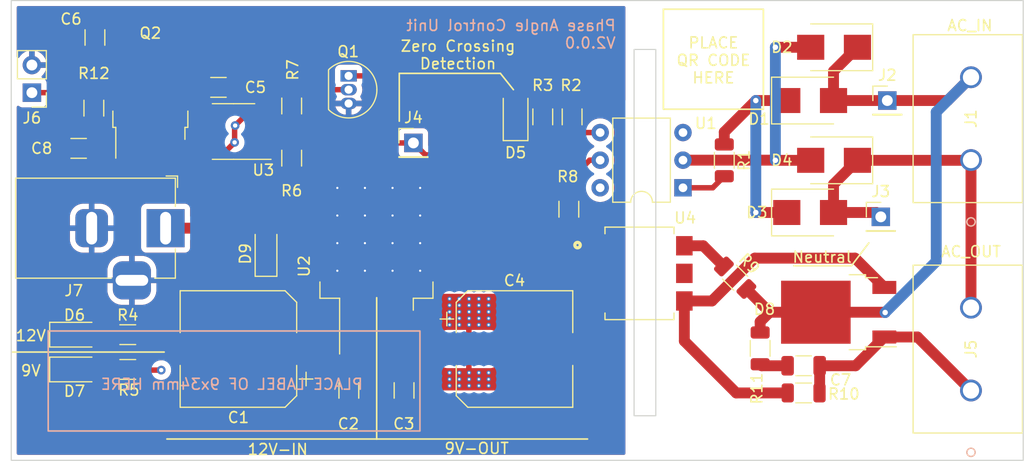
<source format=kicad_pcb>
(kicad_pcb (version 20211014) (generator pcbnew)
  (layers (0 "F.Cu" signal) (1 "In1.Cu" signal) (2 "In2.Cu" signal) (31 "B.Cu" signal) (34 "B.Paste" user) (35 "F.Paste" user) (36 "B.SilkS" user "B.Silkscreen") (37 "F.SilkS" user "F.Silkscreen") (38 "B.Mask" user) (39 "F.Mask" user) (44 "Edge.Cuts" user))
  (net 0 "")
  (net 1 "GND")
  (net 2 "+12V")
  (net 3 "+9V")
  (net 4 "Net-(C5-Pad2)")
  (net 5 "/555/MCU_In")
  (net 6 "Net-(C7-Pad1)")
  (net 7 "Net-(C7-Pad2)")
  (net 8 "Net-(C8-Pad1)")
  (net 9 "Net-(D1-Pad1)")
  (net 10 "VAC")
  (net 11 "NEUT")
  (net 12 "Net-(D6-Pad2)")
  (net 13 "Net-(D7-Pad2)")
  (net 14 "Net-(D8-Pad3)")
  (net 15 "/555/ZCD")
  (net 16 "Net-(J6-Pad1)")
  (net 17 "Net-(Q1-Pad1)")
  (net 18 "Net-(Q1-Pad2)")
  (net 19 "Net-(R1-Pad2)")
  (net 20 "Net-(D5-Pad2)")
  (net 21 "/555/AC_Control")
  (net 22 "Net-(R9-Pad1)")
  (net 27 "Net-(D2-Pad2)")
  (net 28 "Net-(D9-Pad2)")
  (footprint "Diode_SMD:D_SMB" (layer "F.Cu") (at 191.2 98.3)
    (fp_text reference "D3" (at -4.9 0) (layer "F.SilkS"))
    (fp_text value "S1AB-13-F")
    (fp_line (start -3.55 2.15) (end 2.15 2.15) (layer "F.SilkS") (width 0.12))
    (fp_line (start -3.55 -2.15) (end 2.15 -2.15) (layer "F.SilkS") (width 0.12))
    (fp_line (start -3.55 -2.15) (end -3.55 2.15) (layer "F.SilkS") (width 0.12))
    (pad "1" smd rect (at -2.15 0) (size 2.5 2.3) (layers "F.Cu" "F.Paste" "F.Mask") (net 9 "Net-(D1-Pad1)"))
    (pad "2" smd rect (at 2.15 0) (size 2.5 2.3) (layers "F.Cu" "F.Paste" "F.Mask") (net 11 "NEUT"))
  )
  (footprint "LED_SMD:LED_1206_3216Metric" (layer "F.Cu") (at 164.1 89.4 90)
    (fp_text reference "D5" (at -3.4 0 180) (layer "F.SilkS"))
    (fp_text value "ZCD_LED")
    (fp_line (start 1.6 -1.135) (end -2.285 -1.135) (layer "F.SilkS") (width 0.12))
    (fp_line (start -2.285 1.135) (end 1.6 1.135) (layer "F.SilkS") (width 0.12))
    (fp_line (start -2.285 -1.135) (end -2.285 1.135) (layer "F.SilkS") (width 0.12))
    (pad "1" smd roundrect (at -1.4 0 90) (size 1.25 1.75) (layers "F.Cu" "F.Paste" "F.Mask") (roundrect_rratio 0.2) (net 1 "GND"))
    (pad "2" smd roundrect (at 1.4 0 90) (size 1.25 1.75) (layers "F.Cu" "F.Paste" "F.Mask") (roundrect_rratio 0.2) (net 20 "Net-(D5-Pad2)"))
  )
  (footprint "Resistor_SMD:R_1206_3216Metric" (layer "F.Cu") (at 128.42 109.54 180)
    (fp_text reference "R4" (at 0 1.8) (layer "F.SilkS"))
    (fp_text value "470R")
    (fp_line (start -0.727064 0.91) (end 0.727064 0.91) (layer "F.SilkS") (width 0.12))
    (fp_line (start -0.727064 -0.91) (end 0.727064 -0.91) (layer "F.SilkS") (width 0.12))
    (pad "1" smd roundrect (at -1.4625 0 180) (size 1.125 1.75) (layers "F.Cu" "F.Paste" "F.Mask") (roundrect_rratio 0.222222) (net 2 "+12V"))
    (pad "2" smd roundrect (at 1.4625 0 180) (size 1.125 1.75) (layers "F.Cu" "F.Paste" "F.Mask") (roundrect_rratio 0.222222) (net 12 "Net-(D6-Pad2)"))
  )
  (footprint "Resistor_SMD:R_1206_3216Metric" (layer "F.Cu") (at 190.6 114.9)
    (fp_text reference "R10" (at 3.7 0.1) (layer "F.SilkS"))
    (fp_text value "220R")
    (fp_line (start -0.727064 -0.91) (end 0.727064 -0.91) (layer "F.SilkS") (width 0.12))
    (fp_line (start -0.727064 0.91) (end 0.727064 0.91) (layer "F.SilkS") (width 0.12))
    (pad "1" smd roundrect (at -1.4625 0) (size 1.125 1.75) (layers "F.Cu" "F.Paste" "F.Mask") (roundrect_rratio 0.222222) (net 14 "Net-(D8-Pad3)"))
    (pad "2" smd roundrect (at 1.4625 0) (size 1.125 1.75) (layers "F.Cu" "F.Paste" "F.Mask") (roundrect_rratio 0.222222) (net 7 "Net-(C7-Pad2)"))
  )
  (footprint "Package_TO_SOT_SMD:TO-252-2" (layer "F.Cu") (at 130.5 88 90)
    (fp_text reference "Q2" (at 6.2 0 180) (layer "F.SilkS"))
    (fp_text value "IRF9540NSTRLPBF")
    (fp_line (start -0.97 -3.45) (end -2.47 -3.45) (layer "F.SilkS") (width 0.12))
    (fp_line (start -2.47 -3.45) (end -2.47 -3.18) (layer "F.SilkS") (width 0.12))
    (fp_line (start -0.97 3.45) (end -2.47 3.45) (layer "F.SilkS") (width 0.12))
    (fp_line (start -2.47 -3.18) (end -5.3 -3.18) (layer "F.SilkS") (width 0.12))
    (fp_line (start -2.47 3.45) (end -2.47 3.18) (layer "F.SilkS") (width 0.12))
    (fp_line (start -2.47 3.18) (end -3.57 3.18) (layer "F.SilkS") (width 0.12))
    (pad "1" smd rect (at -4.2 -2.28 90) (size 2.2 1.2) (layers "F.Cu" "F.Paste" "F.Mask") (net 8 "Net-(C8-Pad1)"))
    (pad "2" smd rect (at 2.1 0 90) (size 6.4 5.8) (layers "F.Cu" "F.Mask") (net 5 "/555/MCU_In"))
    (pad "3" smd rect (at -4.2 2.28 90) (size 2.2 1.2) (layers "F.Cu" "F.Paste" "F.Mask") (net 3 "+9V"))
  )
  (footprint "Resistor_SMD:R_1206_3216Metric" (layer "F.Cu") (at 128.42 112.74 180)
    (fp_text reference "R5" (at -0.1 -1.9) (layer "F.SilkS"))
    (fp_text value "320R")
    (fp_line (start -0.727064 0.91) (end 0.727064 0.91) (layer "F.SilkS") (width 0.12))
    (fp_line (start -0.727064 -0.91) (end 0.727064 -0.91) (layer "F.SilkS") (width 0.12))
    (pad "1" smd roundrect (at -1.4625 0 180) (size 1.125 1.75) (layers "F.Cu" "F.Paste" "F.Mask") (roundrect_rratio 0.222222) (net 3 "+9V"))
    (pad "2" smd roundrect (at 1.4625 0 180) (size 1.125 1.75) (layers "F.Cu" "F.Paste" "F.Mask") (roundrect_rratio 0.222222) (net 13 "Net-(D7-Pad2)"))
  )
  (footprint "Capacitor_SMD:C_1206_3216Metric" (layer "F.Cu") (at 125.4 82.2 90)
    (fp_text reference "C6" (at 1.7 -2.2 180) (layer "F.SilkS"))
    (fp_text value "220nF")
    (fp_line (start -0.711252 -0.91) (end 0.711252 -0.91) (layer "F.SilkS") (width 0.12))
    (fp_line (start -0.711252 0.91) (end 0.711252 0.91) (layer "F.SilkS") (width 0.12))
    (pad "1" smd roundrect (at -1.475 0 90) (size 1.15 1.8) (layers "F.Cu" "F.Paste" "F.Mask") (roundrect_rratio 0.217391) (net 5 "/555/MCU_In"))
    (pad "2" smd roundrect (at 1.475 0 90) (size 1.15 1.8) (layers "F.Cu" "F.Paste" "F.Mask") (roundrect_rratio 0.217391) (net 1 "GND"))
  )
  (footprint "LED_SMD:LED_1206_3216Metric" (layer "F.Cu") (at 123.52 112.74)
    (fp_text reference "D7" (at 0 2) (layer "F.SilkS"))
    (fp_text value "9V-PWR")
    (fp_line (start -2.285 1.135) (end 1.6 1.135) (layer "F.SilkS") (width 0.12))
    (fp_line (start -2.285 -1.135) (end -2.285 1.135) (layer "F.SilkS") (width 0.12))
    (fp_line (start 1.6 -1.135) (end -2.285 -1.135) (layer "F.SilkS") (width 0.12))
    (pad "1" smd roundrect (at -1.4 0) (size 1.25 1.75) (layers "F.Cu" "F.Paste" "F.Mask") (roundrect_rratio 0.2) (net 1 "GND"))
    (pad "2" smd roundrect (at 1.4 0) (size 1.25 1.75) (layers "F.Cu" "F.Paste" "F.Mask") (roundrect_rratio 0.2) (net 13 "Net-(D7-Pad2)"))
  )
  (footprint "Package_TO_SOT_THT:TO-92_Inline" (layer "F.Cu") (at 148.74 85.73 -90)
    (fp_text reference "Q1" (at -2.23 0.04 -180) (layer "F.SilkS"))
    (fp_text value "BC548")
    (fp_line (start -0.53 1.85) (end 3.07 1.85) (layer "F.SilkS") (width 0.12))
    (fp_arc (start 1.27 -2.6) (mid 3.672087 -0.994977) (end 3.108478 1.838478) (layer "F.SilkS") (width 0.12))
    (fp_arc (start -0.568478 1.838478) (mid -1.132087 -0.994977) (end 1.27 -2.6) (layer "F.SilkS") (width 0.12))
    (pad "1" thru_hole rect (at 0 0 270) (size 1.05 1.5) (drill 0.75) (layers *.Cu *.Mask) (net 17 "Net-(Q1-Pad1)"))
    (pad "2" thru_hole oval (at 1.27 0 270) (size 1.05 1.5) (drill 0.75) (layers *.Cu *.Mask) (net 18 "Net-(Q1-Pad2)"))
    (pad "3" thru_hole oval (at 2.54 0 270) (size 1.05 1.5) (drill 0.75) (layers *.Cu *.Mask) (net 1 "GND"))
  )
  (footprint "Capacitor_SMD:C_1206_3216Metric" (layer "F.Cu") (at 148.76 114.67 90)
    (fp_text reference "C2" (at -3.07 -0.04) (layer "F.SilkS"))
    (fp_text value "330nF")
    (fp_line (start -0.711252 0.91) (end 0.711252 0.91) (layer "F.SilkS") (width 0.12))
    (fp_line (start -0.711252 -0.91) (end 0.711252 -0.91) (layer "F.SilkS") (width 0.12))
    (pad "1" smd roundrect (at -1.475 0 90) (size 1.15 1.8) (layers "F.Cu" "F.Paste" "F.Mask") (roundrect_rratio 0.217391) (net 1 "GND"))
    (pad "2" smd roundrect (at 1.475 0 90) (size 1.15 1.8) (layers "F.Cu" "F.Paste" "F.Mask") (roundrect_rratio 0.217391) (net 2 "+12V"))
  )
  (footprint "Resistor_SMD:R_1206_3216Metric" (layer "F.Cu") (at 166.6 89.5 90)
    (fp_text reference "R3" (at 2.9 0 180) (layer "F.SilkS"))
    (fp_text value "320R")
    (fp_line (start -0.727064 -0.91) (end 0.727064 -0.91) (layer "F.SilkS") (width 0.12))
    (fp_line (start -0.727064 0.91) (end 0.727064 0.91) (layer "F.SilkS") (width 0.12))
    (pad "1" smd roundrect (at -1.4625 0 90) (size 1.125 1.75) (layers "F.Cu" "F.Paste" "F.Mask") (roundrect_rratio 0.222222) (net 15 "/555/ZCD"))
    (pad "2" smd roundrect (at 1.4625 0 90) (size 1.125 1.75) (layers "F.Cu" "F.Paste" "F.Mask") (roundrect_rratio 0.222222) (net 20 "Net-(D5-Pad2)"))
  )
  (footprint "Package_DIP:DIP-6_W7.62mm" (layer "F.Cu") (at 179.5 96.025 180)
    (fp_text reference "U1" (at -2.1 5.925) (layer "F.SilkS"))
    (fp_text value "4N27")
    (fp_line (start 6.46 6.41) (end 6.46 -1.33) (layer "F.SilkS") (width 0.12))
    (fp_line (start 1.16 6.41) (end 6.46 6.41) (layer "F.SilkS") (width 0.12))
    (fp_line (start 6.46 -1.33) (end 4.81 -1.33) (layer "F.SilkS") (width 0.12))
    (fp_line (start 1.16 -1.33) (end 1.16 6.41) (layer "F.SilkS") (width 0.12))
    (fp_line (start 2.81 -1.33) (end 1.16 -1.33) (layer "F.SilkS") (width 0.12))
    (fp_arc (start 4.81 -1.33) (mid 3.81 -0.33) (end 2.81 -1.33) (layer "F.SilkS") (width 0.12))
    (pad "1" thru_hole rect (at 0 0 180) (size 1.6 1.6) (drill 0.8) (layers *.Cu *.Mask) (net 19 "Net-(R1-Pad2)"))
    (pad "2" thru_hole oval (at 0 2.54 180) (size 1.6 1.6) (drill 0.8) (layers *.Cu *.Mask) (net 27 "Net-(D2-Pad2)"))
    (pad "3" thru_hole oval (at 0 5.08 180) (size 1.6 1.6) (drill 0.8) (layers *.Cu *.Mask))
    (pad "4" thru_hole oval (at 7.62 5.08 180) (size 1.6 1.6) (drill 0.8) (layers *.Cu *.Mask) (net 15 "/555/ZCD"))
    (pad "5" thru_hole oval (at 7.62 2.54 180) (size 1.6 1.6) (drill 0.8) (layers *.Cu *.Mask) (net 3 "+9V"))
    (pad "6" thru_hole oval (at 7.62 0 180) (size 1.6 1.6) (drill 0.8) (layers *.Cu *.Mask))
  )
  (footprint "Capacitor_SMD:C_1206_3216Metric" (layer "F.Cu") (at 190.6 112.4)
    (fp_text reference "C7" (at 3.4 1.3) (layer "F.SilkS"))
    (fp_text value "TBD")
    (fp_line (start -0.711252 0.91) (end 0.711252 0.91) (layer "F.SilkS") (width 0.12))
    (fp_line (start -0.711252 -0.91) (end 0.711252 -0.91) (layer "F.SilkS") (width 0.12))
    (pad "1" smd roundrect (at -1.475 0) (size 1.15 1.8) (layers "F.Cu" "F.Paste" "F.Mask") (roundrect_rratio 0.217391) (net 6 "Net-(C7-Pad1)"))
    (pad "2" smd roundrect (at 1.475 0) (size 1.15 1.8) (layers "F.Cu" "F.Paste" "F.Mask") (roundrect_rratio 0.217391) (net 7 "Net-(C7-Pad2)"))
  )
  (footprint "Capacitor_SMD:C_1206_3216Metric" (layer "F.Cu") (at 123.9 92.4 180)
    (fp_text reference "C8" (at 3.4 0 180) (layer "F.SilkS"))
    (fp_text value "3.3uF")
    (fp_line (start -0.711252 0.91) (end 0.711252 0.91) (layer "F.SilkS") (width 0.12))
    (fp_line (start -0.711252 -0.91) (end 0.711252 -0.91) (layer "F.SilkS") (width 0.12))
    (pad "1" smd roundrect (at -1.475 0 180) (size 1.15 1.8) (layers "F.Cu" "F.Paste" "F.Mask") (roundrect_rratio 0.217391) (net 8 "Net-(C8-Pad1)"))
    (pad "2" smd roundrect (at 1.475 0 180) (size 1.15 1.8) (layers "F.Cu" "F.Paste" "F.Mask") (roundrect_rratio 0.217391) (net 1 "GND"))
  )
  (footprint "mt_lib:CTB0118_2" (layer "F.Cu") (at 205.9978 93.4765 90)
    (fp_text reference "J1" (at 3.81 0 90) (layer "F.SilkS"))
    (fp_text value "AC_IN" (at 12.3765 -0.0978 180) (layer "F.SilkS"))
    (fp_text user "*" (at 0 0 90) (layer "F.SilkS"))
    (fp_circle (center -5.6896 0) (end -5.3086 0) (layer "B.SilkS") (width 0.12) (fill none))
    (fp_line (start 11.5316 4.7314) (end 11.5316 -5.327) (layer "F.SilkS") (width 0.12))
    (fp_line (start -3.9116 -5.327) (end -3.9116 4.7314) (layer "F.SilkS") (width 0.12))
    (fp_line (start -3.9116 4.7314) (end 11.5316 4.7314) (layer "F.SilkS") (width 0.12))
    (fp_line (start 11.5316 -5.327) (end -3.9116 -5.327) (layer "F.SilkS") (width 0.12))
    (fp_circle (center -5.6896 0) (end -5.3086 0) (layer "F.SilkS") (width 0.12) (fill none))
    (pad "1" thru_hole circle (at 0 0 90) (size 2.0066 2.0066) (drill 1.4986) (layers *.Cu *.Mask) (net 11 "NEUT"))
    (pad "2" thru_hole circle (at 7.62 0 90) (size 2.0066 2.0066) (drill 1.4986) (layers *.Cu *.Mask) (net 10 "VAC"))
  )
  (footprint "mt_lib:MOC3052SR2M" (layer "F.Cu") (at 175.5 103.9)
    (fp_text reference "U4" (at 4.2 -5.1) (layer "F.SilkS") (effects (font (size 1.000834 1.000834))))
    (fp_text value "MOC3052SR2M")
    (fp_line (start 3.175 4.25) (end 3.175 3.65) (layer "F.SilkS") (width 0.127))
    (fp_line (start 3.175 -3.65) (end 3.175 -4.255) (layer "F.SilkS") (width 0.127))
    (fp_line (start -3.175 4.25) (end -3.175 3.65) (layer "F.SilkS") (width 0.127))
    (fp_line (start -3.175 -4.255) (end -3.175 -3.65) (layer "F.SilkS") (width 0.127))
    (fp_line (start 3.175 -4.255) (end -3.175 -4.255) (layer "F.SilkS") (width 0.127))
    (fp_line (start -3.15 4.255) (end 3.15 4.255) (layer "F.SilkS") (width 0.127))
    (fp_circle (center -5.7 -2.6) (end -5.6 -2.6) (layer "F.SilkS") (width 0.3) (fill none))
    (pad "1" smd rect (at -4.125 -2.54 90) (size 1.78 1.52) (layers "F.Cu" "F.Paste" "F.Mask") (net 17 "Net-(Q1-Pad1)"))
    (pad "2" smd rect (at -4.125 0 90) (size 1.78 1.52) (layers "F.Cu" "F.Paste" "F.Mask") (net 1 "GND"))
    (pad "3" smd rect (at -4.125 2.54 90) (size 1.78 1.52) (layers "F.Cu" "F.Paste" "F.Mask"))
    (pad "4" smd rect (at 4.125 2.54 90) (size 1.78 1.52) (layers "F.Cu" "F.Paste" "F.Mask") (net 14 "Net-(D8-Pad3)"))
    (pad "5" smd rect (at 4.125 0 90) (size 1.78 1.52) (layers "F.Cu" "F.Paste" "F.Mask"))
    (pad "6" smd rect (at 4.125 -2.54 90) (size 1.78 1.52) (layers "F.Cu" "F.Paste" "F.Mask") (net 22 "Net-(R9-Pad1)"))
  )
  (footprint "Resistor_SMD:R_1206_3216Metric" (layer "F.Cu") (at 186.6 110.8 -90)
    (fp_text reference "R11" (at 3.7 0.3 90) (layer "F.SilkS"))
    (fp_text value "TBD")
    (fp_line (start -0.727064 -0.91) (end 0.727064 -0.91) (layer "F.SilkS") (width 0.12))
    (fp_line (start -0.727064 0.91) (end 0.727064 0.91) (layer "F.SilkS") (width 0.12))
    (pad "1" smd roundrect (at -1.4625 0 270) (size 1.125 1.75) (layers "F.Cu" "F.Paste" "F.Mask") (roundrect_rratio 0.222222) (net 10 "VAC"))
    (pad "2" smd roundrect (at 1.4625 0 270) (size 1.125 1.75) (layers "F.Cu" "F.Paste" "F.Mask") (roundrect_rratio 0.222222) (net 6 "Net-(C7-Pad1)"))
  )
  (footprint "mt_lib:CTB0118_2" (layer "F.Cu") (at 205.9978 114.6765 90)
    (fp_text reference "J5" (at 3.81 0 90) (layer "F.SilkS"))
    (fp_text value "AC_OUT" (at 12.7765 0.0022 180) (layer "F.SilkS"))
    (fp_text user "*" (at 0 0 90) (layer "F.SilkS"))
    (fp_circle (center -5.6896 0) (end -5.3086 0) (layer "B.SilkS") (width 0.12) (fill none))
    (fp_line (start 11.5316 4.7314) (end 11.5316 -5.327) (layer "F.SilkS") (width 0.12))
    (fp_line (start -3.9116 4.7314) (end 11.5316 4.7314) (layer "F.SilkS") (width 0.12))
    (fp_line (start 11.5316 -5.327) (end -3.9116 -5.327) (layer "F.SilkS") (width 0.12))
    (fp_line (start -3.9116 -5.327) (end -3.9116 4.7314) (layer "F.SilkS") (width 0.12))
    (fp_circle (center -5.6896 0) (end -5.3086 0) (layer "F.SilkS") (width 0.12) (fill none))
    (pad "1" thru_hole circle (at 0 0 90) (size 2.0066 2.0066) (drill 1.4986) (layers *.Cu *.Mask) (net 7 "Net-(C7-Pad2)"))
    (pad "2" thru_hole circle (at 7.62 0 90) (size 2.0066 2.0066) (drill 1.4986) (layers *.Cu *.Mask) (net 11 "NEUT"))
  )
  (footprint "Connector_PinHeader_2.54mm:PinHeader_1x01_P2.54mm_Vertical" (layer "F.Cu") (at 154.7 91.9)
    (fp_text reference "J4" (at 0 -2.33) (layer "F.SilkS"))
    (fp_text value "ZCD_TP")
    (fp_line (start -1.33 0) (end -1.33 -1.33) (layer "F.SilkS") (width 0.12))
    (fp_line (start -1.33 1.27) (end -1.33 1.33) (layer "F.SilkS") (width 0.12))
    (fp_line (start -1.33 1.33) (end 1.33 1.33) (layer "F.SilkS") (width 0.12))
    (fp_line (start -1.33 1.27) (end 1.33 1.27) (layer "F.SilkS") (width 0.12))
    (fp_line (start -1.33 -1.33) (end 0 -1.33) (layer "F.SilkS") (width 0.12))
    (fp_line (start 1.33 1.27) (end 1.33 1.33) (layer "F.SilkS") (width 0.12))
    (pad "1" thru_hole rect (at 0 0) (size 1.7 1.7) (drill 1) (layers *.Cu *.Mask) (net 15 "/555/ZCD"))
  )
  (footprint "LED_SMD:LED_1206_3216Metric" (layer "F.Cu") (at 123.52 109.54)
    (fp_text reference "D6" (at 0 -1.8) (layer "F.SilkS"))
    (fp_text value "12V-PWR")
    (fp_line (start 1.6 -1.135) (end -2.285 -1.135) (layer "F.SilkS") (width 0.12))
    (fp_line (start -2.285 1.135) (end 1.6 1.135) (layer "F.SilkS") (width 0.12))
    (fp_line (start -2.285 -1.135) (end -2.285 1.135) (layer "F.SilkS") (width 0.12))
    (pad "1" smd roundrect (at -1.4 0) (size 1.25 1.75) (layers "F.Cu" "F.Paste" "F.Mask") (roundrect_rratio 0.2) (net 1 "GND"))
    (pad "2" smd roundrect (at 1.4 0) (size 1.25 1.75) (layers "F.Cu" "F.Paste" "F.Mask") (roundrect_rratio 0.2) (net 12 "Net-(D6-Pad2)"))
  )
  (footprint "Resistor_SMD:R_1206_3216Metric" (layer "F.Cu") (at 169.3 89.5 90)
    (fp_text reference "R2" (at 2.9 -0.1 180) (layer "F.SilkS"))
    (fp_text value "10K")
    (fp_line (start -0.727064 -0.91) (end 0.727064 -0.91) (layer "F.SilkS") (width 0.12))
    (fp_line (start -0.727064 0.91) (end 0.727064 0.91) (layer "F.SilkS") (width 0.12))
    (pad "1" smd roundrect (at -1.4625 0 90) (size 1.125 1.75) (layers "F.Cu" "F.Paste" "F.Mask") (roundrect_rratio 0.222222) (net 15 "/555/ZCD"))
    (pad "2" smd roundrect (at 1.4625 0 90) (size 1.125 1.75) (layers "F.Cu" "F.Paste" "F.Mask") (roundrect_rratio 0.222222) (net 1 "GND"))
  )
  (footprint "Resistor_SMD:R_1206_3216Metric" (layer "F.Cu") (at 169 98 -90)
    (fp_text reference "R8" (at -3 0.1 180) (layer "F.SilkS"))
    (fp_text value "1K")
    (fp_line (start -0.727064 0.91) (end 0.727064 0.91) (layer "F.SilkS") (width 0.12))
    (fp_line (start -0.727064 -0.91) (end 0.727064 -0.91) (layer "F.SilkS") (width 0.12))
    (pad "1" smd roundrect (at -1.4625 0 270) (size 1.125 1.75) (layers "F.Cu" "F.Paste" "F.Mask") (roundrect_rratio 0.222222) (net 3 "+9V"))
    (pad "2" smd roundrect (at 1.4625 0 270) (size 1.125 1.75) (layers "F.Cu" "F.Paste" "F.Mask") (roundrect_rratio 0.222222) (net 17 "Net-(Q1-Pad1)"))
  )
  (footprint "Package_SO:SOIC-8_3.9x4.9mm_P1.27mm" (layer "F.Cu") (at 138.15 90.85 180)
    (fp_text reference "U3" (at -2.75 -3.55) (layer "F.SilkS"))
    (fp_text value "NE555D")
    (fp_line (start 0 2.56) (end -1.95 2.56) (layer "F.SilkS") (width 0.12))
    (fp_line (start 0 2.56) (end 1.95 2.56) (layer "F.SilkS") (width 0.12))
    (fp_line (start 0 -2.56) (end 1.95 -2.56) (layer "F.SilkS") (width 0.12))
    (fp_line (start 0 -2.56) (end -3.45 -2.56) (layer "F.SilkS") (width 0.12))
    (pad "1" smd roundrect (at -2.475 -1.905 180) (size 1.95 0.6) (layers "F.Cu" "F.Paste" "F.Mask") (net 1 "GND"))
    (pad "2" smd roundrect (at -2.475 -0.635 180) (size 1.95 0.6) (layers "F.Cu" "F.Paste" "F.Mask") (net 15 "/555/ZCD"))
    (pad "3" smd roundrect (at -2.475 0.635 180) (size 1.95 0.6) (layers "F.Cu" "F.Paste" "F.Mask") (net 21 "/555/AC_Control"))
    (pad "4" smd roundrect (at -2.475 1.905 180) (size 1.95 0.6) (layers "F.Cu" "F.Paste" "F.Mask") (net 3 "+9V"))
    (pad "5" smd roundrect (at 2.475 1.905 180) (size 1.95 0.6) (layers "F.Cu" "F.Paste" "F.Mask") (net 4 "Net-(C5-Pad2)"))
    (pad "6" smd roundrect (at 2.475 0.635 180) (size 1.95 0.6) (layers "F.Cu" "F.Paste" "F.Mask") (net 5 "/555/MCU_In"))
    (pad "7" smd roundrect (at 2.475 -0.635 180) (size 1.95 0.6) (layers "F.Cu" "F.Paste" "F.Mask") (net 5 "/555/MCU_In"))
    (pad "8" smd roundrect (at 2.475 -1.905 180) (size 1.95 0.6) (layers "F.Cu" "F.Paste" "F.Mask") (net 3 "+9V"))
  )
  (footprint "Capacitor_SMD:CP_Elec_10x14.3" (layer "F.Cu") (at 164 110.86)
    (fp_text reference "C4" (at 0 -6.3) (layer "F.SilkS"))
    (fp_text value "470uF")
    (fp_line (start -5.36 -4.295563) (end -4.295563 -5.36) (layer "F.SilkS") (width 0.12))
    (fp_line (start -6.225 -3.385) (end -6.225 -2.135) (layer "F.SilkS") (width 0.12))
    (fp_line (start -5.36 -4.295563) (end -5.36 -1.51) (layer "F.SilkS") (width 0.12))
    (fp_line (start -4.295563 5.36) (end 5.36 5.36) (layer "F.SilkS") (width 0.12))
    (fp_line (start 5.36 -5.36) (end 5.36 -1.51) (layer "F.SilkS") (width 0.12))
    (fp_line (start -5.36 4.295563) (end -5.36 1.51) (layer "F.SilkS") (width 0.12))
    (fp_line (start -4.295563 -5.36) (end 5.36 -5.36) (layer "F.SilkS") (width 0.12))
    (fp_line (start 5.36 5.36) (end 5.36 1.51) (layer "F.SilkS") (width 0.12))
    (fp_line (start -5.36 4.295563) (end -4.295563 5.36) (layer "F.SilkS") (width 0.12))
    (fp_line (start -6.85 -2.76) (end -5.6 -2.76) (layer "F.SilkS") (width 0.12))
    (pad "1" smd roundrect (at -4.2 0) (size 4.4 2.5) (layers "F.Cu" "F.Paste" "F.Mask") (roundrect_rratio 0.1) (net 3 "+9V"))
    (pad "2" smd roundrect (at 4.2 0) (size 4.4 2.5) (layers "F.Cu" "F.Paste" "F.Mask") (roundrect_rratio 0.1) (net 1 "GND"))
  )
  (footprint "Diode_SMD:D_SMB" (layer "F.Cu") (at 193.4 93.5 180)
    (fp_text reference "D4" (at 4.8 0) (layer "F.SilkS"))
    (fp_text value "S1AB-13-F")
    (fp_line (start -3.55 -2.15) (end -3.55 2.15) (layer "F.SilkS") (width 0.12))
    (fp_line (start -3.55 -2.15) (end 2.15 -2.15) (layer "F.SilkS") (width 0.12))
    (fp_line (start -3.55 2.15) (end 2.15 2.15) (layer "F.SilkS") (width 0.12))
    (pad "1" smd rect (at -2.15 0 180) (size 2.5 2.3) (layers "F.Cu" "F.Paste" "F.Mask") (net 11 "NEUT"))
    (pad "2" smd rect (at 2.15 0 180) (size 2.5 2.3) (layers "F.Cu" "F.Paste" "F.Mask") (net 27 "Net-(D2-Pad2)"))
  )
  (footprint "Resistor_SMD:R_1206_3216Metric" (layer "F.Cu") (at 184.3 104.3 -45)
    (fp_text reference "R9" (at 0 -1.82 135) (layer "F.SilkS"))
    (fp_text value "TBD")
    (fp_line (start -0.727064 -0.91) (end 0.727064 -0.91) (layer "F.SilkS") (width 0.12))
    (fp_line (start -0.727064 0.91) (end 0.727064 0.91) (layer "F.SilkS") (width 0.12))
    (pad "1" smd roundrect (at -1.4625 0 315) (size 1.125 1.75) (layers "F.Cu" "F.Paste" "F.Mask") (roundrect_rratio 0.222222) (net 22 "Net-(R9-Pad1)"))
    (pad "2" smd roundrect (at 1.4625 0 315) (size 1.125 1.75) (layers "F.Cu" "F.Paste" "F.Mask") (roundrect_rratio 0.222222) (net 10 "VAC"))
  )
  (footprint "Resistor_SMD:R_1206_3216Metric" (layer "F.Cu") (at 183.3 93.5 -90)
    (fp_text reference "R1" (at 0 -1.82 90) (layer "F.SilkS"))
    (fp_text value "250R")
    (fp_line (start -0.727064 0.91) (end 0.727064 0.91) (layer "F.SilkS") (width 0.12))
    (fp_line (start -0.727064 -0.91) (end 0.727064 -0.91) (layer "F.SilkS") (width 0.12))
    (pad "1" smd roundrect (at -1.4625 0 270) (size 1.125 1.75) (layers "F.Cu" "F.Paste" "F.Mask") (roundrect_rratio 0.222222) (net 9 "Net-(D1-Pad1)"))
    (pad "2" smd roundrect (at 1.4625 0 270) (size 1.125 1.75) (layers "F.Cu" "F.Paste" "F.Mask") (roundrect_rratio 0.222222) (net 19 "Net-(R1-Pad2)"))
  )
  (footprint "mt_lib:BarrelJack_Horizontal" (layer "F.Cu") (at 131.9 99.7425)
    (fp_text reference "J7" (at -8.45 5.75) (layer "F.SilkS"))
    (fp_text value "Barrel_Jack_Switch")
    (fp_line (start 0.05 -4.8) (end 1.1 -4.8) (layer "F.SilkS") (width 0.12))
    (fp_line (start 0.9 4.6) (end -1 4.6) (layer "F.SilkS") (width 0.12))
    (fp_line (start 0.9 -4.6) (end 0.9 -2) (layer "F.SilkS") (width 0.12))
    (fp_line (start -13.8 4.6) (end -13.8 -4.6) (layer "F.SilkS") (width 0.12))
    (fp_line (start 0.9 1.9) (end 0.9 4.6) (layer "F.SilkS") (width 0.12))
    (fp_line (start -5 4.6) (end -13.8 4.6) (layer "F.SilkS") (width 0.12))
    (fp_line (start 1.1 -3.75) (end 1.1 -4.8) (layer "F.SilkS") (width 0.12))
    (fp_line (start -13.8 -4.6) (end 0.9 -4.6) (layer "F.SilkS") (width 0.12))
    (pad "1" thru_hole rect (at 0 0) (size 3.5 3.5) (drill oval 1 3) (layers *.Cu *.Mask) (net 28 "Net-(D9-Pad2)"))
    (pad "2" thru_hole roundrect (at -6.8 0) (size 3 3.5) (drill oval 1 3) (layers *.Cu *.Mask) (net 1 "GND"))
    (pad "3" thru_hole roundrect (at -3.1 4.8) (size 3.5 3.5) (drill oval 3 1) (layers *.Cu *.Mask) (net 1 "GND"))
  )
  (footprint "Diode_SMD:D_SMB" (layer "F.Cu") (at 193.4 83.1 180)
    (fp_text reference "D2" (at 4.8 0) (layer "F.SilkS"))
    (fp_text value "S1AB-13-F")
    (fp_line (start -3.55 -2.15) (end -3.55 2.15) (layer "F.SilkS") (width 0.12))
    (fp_line (start -3.55 2.15) (end 2.15 2.15) (layer "F.SilkS") (width 0.12))
    (fp_line (start -3.55 -2.15) (end 2.15 -2.15) (layer "F.SilkS") (width 0.12))
    (pad "1" smd rect (at -2.15 0 180) (size 2.5 2.3) (layers "F.Cu" "F.Paste" "F.Mask") (net 10 "VAC"))
    (pad "2" smd rect (at 2.15 0 180) (size 2.5 2.3) (layers "F.Cu" "F.Paste" "F.Mask") (net 27 "Net-(D2-Pad2)"))
  )
  (footprint "Resistor_SMD:R_1206_3216Metric" (layer "F.Cu") (at 143.5 88.5 90)
    (fp_text reference "R7" (at 3.32 0.1 90) (layer "F.SilkS"))
    (fp_text value "1K")
    (fp_line (start -0.727064 -0.91) (end 0.727064 -0.91) (layer "F.SilkS") (width 0.12))
    (fp_line (start -0.727064 0.91) (end 0.727064 0.91) (layer "F.SilkS") (width 0.12))
    (pad "1" smd roundrect (at -1.4625 0 90) (size 1.125 1.75) (layers "F.Cu" "F.Paste" "F.Mask") (roundrect_rratio 0.222222) (net 21 "/555/AC_Control"))
    (pad "2" smd roundrect (at 1.4625 0 90) (size 1.125 1.75) (layers "F.Cu" "F.Paste" "F.Mask") (roundrect_rratio 0.222222) (net 18 "Net-(Q1-Pad2)"))
  )
  (footprint "Resistor_SMD:R_1206_3216Metric" (layer "F.Cu") (at 125.3 88.7 -90)
    (fp_text reference "R12" (at -3.2 0 180) (layer "F.SilkS"))
    (fp_text value "82K")
    (fp_line (start -0.727064 -0.91) (end 0.727064 -0.91) (layer "F.SilkS") (width 0.12))
    (fp_line (start -0.727064 0.91) (end 0.727064 0.91) (layer "F.SilkS") (width 0.12))
    (pad "1" smd roundrect (at -1.4625 0 270) (size 1.125 1.75) (layers "F.Cu" "F.Paste" "F.Mask") (roundrect_rratio 0.222222) (net 16 "Net-(J6-Pad1)"))
    (pad "2" smd roundrect (at 1.4625 0 270) (size 1.125 1.75) (layers "F.Cu" "F.Paste" "F.Mask") (roundrect_rratio 0.222222) (net 8 "Net-(C8-Pad1)"))
  )
  (footprint "Package_TO_SOT_SMD:TO-263-2" (layer "F.Cu") (at 151.3 103.24 90)
    (fp_text reference "U2" (at 0 -6.65 90) (layer "F.SilkS"))
    (fp_text value "L7809CD2T-TR")
    (fp_line (start -2.95 3.39) (end -4.05 3.39) (layer "F.SilkS") (width 0.12))
    (fp_line (start -1.45 -5.2) (end -2.95 -5.2) (layer "F.SilkS") (width 0.12))
    (fp_line (start -2.95 -3.39) (end -8.075 -3.39) (layer "F.SilkS") (width 0.12))
    (fp_line (start -2.95 5.2) (end -2.95 3.39) (layer "F.SilkS") (width 0.12))
    (fp_line (start -2.95 -5.2) (end -2.95 -3.39) (layer "F.SilkS") (width 0.12))
    (fp_line (start -1.45 5.2) (end -2.95 5.2) (layer "F.SilkS") (width 0.12))
    (pad "1" smd rect (at -5.775 -2.54 90) (size 4.6 1.1) (layers "F.Cu" "F.Paste" "F.Mask") (net 2 "+12V"))
    (pad "2" smd rect (at 3.375 0 90) (size 9.4 10.8) (layers "F.Cu" "F.Mask") (net 1 "GND"))
    (pad "3" smd rect (at -5.775 2.54 90) (size 4.6 1.1) (layers "F.Cu" "F.Paste" "F.Mask") (net 3 "+9V"))
  )
  (footprint "Capacitor_SMD:C_1206_3216Metric" (layer "F.Cu") (at 136.7625 86.7875 180)
    (fp_text reference "C5" (at -3.4 0) (layer "F.SilkS"))
    (fp_text value "10nF")
    (fp_line (start -0.711252 -0.91) (end 0.711252 -0.91) (layer "F.SilkS") (width 0.12))
    (fp_line (start -0.711252 0.91) (end 0.711252 0.91) (layer "F.SilkS") (width 0.12))
    (pad "1" smd roundrect (at -1.475 0 180) (size 1.15 1.8) (layers "F.Cu" "F.Paste" "F.Mask") (roundrect_rratio 0.217391) (net 1 "GND"))
    (pad "2" smd roundrect (at 1.475 0 180) (size 1.15 1.8) (layers "F.Cu" "F.Paste" "F.Mask") (roundrect_rratio 0.217391) (net 4 "Net-(C5-Pad2)"))
  )
  (footprint "Connector_PinHeader_2.54mm:PinHeader_1x01_P2.54mm_Vertical" (layer "F.Cu") (at 198.3 88)
    (fp_text reference "J2" (at 0 -2.33) (layer "F.SilkS"))
    (fp_text value "O_TP")
    (fp_line (start -1.33 0) (end -1.33 -1.33) (layer "F.SilkS") (width 0.12))
    (fp_line (start -1.33 1.27) (end -1.33 1.33) (layer "F.SilkS") (width 0.12))
    (fp_line (start -1.33 1.33) (end 1.33 1.33) (layer "F.SilkS") (width 0.12))
    (fp_line (start -1.33 -1.33) (end 0 -1.33) (layer "F.SilkS") (width 0.12))
    (fp_line (start 1.33 1.27) (end 1.33 1.33) (layer "F.SilkS") (width 0.12))
    (fp_line (start -1.33 1.27) (end 1.33 1.27) (layer "F.SilkS") (width 0.12))
    (pad "1" thru_hole rect (at 0 0) (size 1.7 1.7) (drill 1) (layers *.Cu *.Mask) (net 10 "VAC"))
  )
  (footprint "Capacitor_SMD:CP_Elec_10x14.3" (layer "F.Cu") (at 138.6 110.86 180)
    (fp_text reference "C1" (at 0 -6.3) (layer "F.SilkS"))
    (fp_text value "470uF")
    (fp_line (start -5.36 4.295563) (end -4.295563 5.36) (layer "F.SilkS") (width 0.12))
    (fp_line (start -6.85 -2.76) (end -5.6 -2.76) (layer "F.SilkS") (width 0.12))
    (fp_line (start -5.36 -4.295563) (end -4.295563 -5.36) (layer "F.SilkS") (width 0.12))
    (fp_line (start -4.295563 -5.36) (end 5.36 -5.36) (layer "F.SilkS") (width 0.12))
    (fp_line (start -5.36 -4.295563) (end -5.36 -1.51) (layer "F.SilkS") (width 0.12))
    (fp_line (start 5.36 -5.36) (end 5.36 -1.51) (layer "F.SilkS") (width 0.12))
    (fp_line (start -6.225 -3.385) (end -6.225 -2.135) (layer "F.SilkS") (width 0.12))
    (fp_line (start -4.295563 5.36) (end 5.36 5.36) (layer "F.SilkS") (width 0.12))
    (fp_line (start -5.36 4.295563) (end -5.36 1.51) (layer "F.SilkS") (width 0.12))
    (fp_line (start 5.36 5.36) (end 5.36 1.51) (layer "F.SilkS") (width 0.12))
    (pad "1" smd roundrect (at -4.2 0 180) (size 4.4 2.5) (layers "F.Cu" "F.Paste" "F.Mask") (roundrect_rratio 0.1) (net 2 "+12V"))
    (pad "2" smd roundrect (at 4.2 0 180) (size 4.4 2.5) (layers "F.Cu" "F.Paste" "F.Mask") (roundrect_rratio 0.1) (net 1 "GND"))
  )
  (footprint "Package_TO_SOT_SMD:TO-252-2" (layer "F.Cu") (at 193.825 107.475 180)
    (fp_text reference "D8" (at 6.825 0.275) (layer "F.SilkS"))
    (fp_text value "ACST410-8BTR")
    (fp_line (start -2.47 -3.45) (end -2.47 -3.18) (layer "F.SilkS") (width 0.12))
    (fp_line (start -2.47 -3.18) (end -5.3 -3.18) (layer "F.SilkS") (width 0.12))
    (fp_line (start -2.47 3.18) (end -3.57 3.18) (layer "F.SilkS") (width 0.12))
    (fp_line (start -0.97 -3.45) (end -2.47 -3.45) (layer "F.SilkS") (width 0.12))
    (fp_line (start -2.47 3.45) (end -2.47 3.18) (layer "F.SilkS") (width 0.12))
    (fp_line (start -0.97 3.45) (end -2.47 3.45) (layer "F.SilkS") (width 0.12))
    (pad "1" smd rect (at -4.2 -2.28 180) (size 2.2 1.2) (layers "F.Cu" "F.Paste" "F.Mask") (net 7 "Net-(C7-Pad2)"))
    (pad "2" smd rect (at 2.1 0 180) (size 6.4 5.8) (layers "F.Cu" "F.Mask") (net 10 "VAC"))
    (pad "3" smd rect (at -4.2 2.28 180) (size 2.2 1.2) (layers "F.Cu" "F.Paste" "F.Mask") (net 14 "Net-(D8-Pad3)"))
  )
  (footprint "Diode_SMD:D_SOD-123F" (layer "F.Cu") (at 141.14 101.97 90)
    (fp_text reference "D9" (at -0.127 -1.905 90) (layer "F.SilkS"))
    (fp_text value "MBR120ESFT1G")
    (fp_line (start -2.2 -1) (end -2.2 1) (layer "F.SilkS") (width 0.12))
    (fp_line (start -2.2 -1) (end 1.65 -1) (layer "F.SilkS") (width 0.12))
    (fp_line (start -2.2 1) (end 1.65 1) (layer "F.SilkS") (width 0.12))
    (pad "1" smd rect (at -1.4 0 90) (size 1.1 1.1) (layers "F.Cu" "F.Paste" "F.Mask") (net 2 "+12V"))
    (pad "2" smd rect (at 1.4 0 90) (size 1.1 1.1) (layers "F.Cu" "F.Paste" "F.Mask") (net 28 "Net-(D9-Pad2)"))
  )
  (footprint "Diode_SMD:D_SMB" (layer "F.Cu") (at 191.2 88)
    (fp_text reference "D1" (at -4.7 1.7) (layer "F.SilkS"))
    (fp_text value "S1AB-13-F")
    (fp_line (start -3.55 -2.15) (end -3.55 2.15) (layer "F.SilkS") (width 0.12))
    (fp_line (start -3.55 2.15) (end 2.15 2.15) (layer "F.SilkS") (width 0.12))
    (fp_line (start -3.55 -2.15) (end 2.15 -2.15) (layer "F.SilkS") (width 0.12))
    (pad "1" smd rect (at -2.15 0) (size 2.5 2.3) (layers "F.Cu" "F.Paste" "F.Mask") (net 9 "Net-(D1-Pad1)"))
    (pad "2" smd rect (at 2.15 0) (size 2.5 2.3) (layers "F.Cu" "F.Paste" "F.Mask") (net 10 "VAC"))
  )
  (footprint "Connector_PinHeader_2.54mm:PinHeader_1x02_P2.54mm_Vertical" (layer "F.Cu") (at 119.6 87.275 180)
    (fp_text reference "J6" (at 0 -2.33) (layer "F.SilkS"))
    (fp_text value "To MCU")
    (fp_line (start -1.33 -1.33) (end 0 -1.33) (layer "F.SilkS") (width 0.12))
    (fp_line (start 1.33 1.27) (end 1.33 3.87) (layer "F.SilkS") (width 0.12))
    (fp_line (start -1.33 1.27) (end 1.33 1.27) (layer "F.SilkS") (width 0.12))
    (fp_line (start -1.33 3.87) (end 1.33 3.87) (layer "F.SilkS") (width 0.12))
    (fp_line (start -1.33 0) (end -1.33 -1.33) (layer "F.SilkS") (width 0.12))
    (fp_line (start -1.33 1.27) (end -1.33 3.87) (layer "F.SilkS") (width 0.12))
    (pad "1" thru_hole rect (at 0 0 180) (size 1.7 1.7) (drill 1) (layers *.Cu *.Mask) (net 16 "Net-(J6-Pad1)"))
    (pad "2" thru_hole oval (at 0 2.54 180) (size 1.7 1.7) (drill 1) (layers *.Cu *.Mask) (net 1 "GND"))
  )
  (footprint "Capacitor_SMD:C_1206_3216Metric" (layer "F.Cu") (at 153.84 114.67 -90)
    (fp_text reference "C3" (at 3.07 0.02) (layer "F.SilkS"))
    (fp_text value "100nF")
    (fp_line (start -0.711252 -0.91) (end 0.711252 -0.91) (layer "F.SilkS") (width 0.12))
    (fp_line (start -0.711252 0.91) (end 0.711252 0.91) (layer "F.SilkS") (width 0.12))
    (pad "1" smd roundrect (at -1.475 0 270) (size 1.15 1.8) (layers "F.Cu" "F.Paste" "F.Mask") (roundrect_rratio 0.217391) (net 3 "+9V"))
    (pad "2" smd roundrect (at 1.475 0 270) (size 1.15 1.8) (layers "F.Cu" "F.Paste" "F.Mask") (roundrect_rratio 0.217391) (net 1 "GND"))
  )
  (footprint "Resistor_SMD:R_1206_3216Metric" (layer "F.Cu") (at 143.5 93.3 -90)
    (fp_text reference "R6" (at 3 0 180) (layer "F.SilkS"))
    (fp_text value "10K")
    (fp_line (start -0.727064 0.91) (end 0.727064 0.91) (layer "F.SilkS") (width 0.12))
    (fp_line (start -0.727064 -0.91) (end 0.727064 -0.91) (layer "F.SilkS") (width 0.12))
    (pad "1" smd roundrect (at -1.4625 0 270) (size 1.125 1.75) (layers "F.Cu" "F.Paste" "F.Mask") (roundrect_rratio 0.222222) (net 15 "/555/ZCD"))
    (pad "2" smd roundrect (at 1.4625 0 270) (size 1.125 1.75) (layers "F.Cu" "F.Paste" "F.Mask") (roundrect_rratio 0.222222) (net 1 "GND"))
  )
  (footprint "Connector_PinHeader_2.54mm:PinHeader_1x01_P2.54mm_Vertical" (layer "F.Cu") (at 197.7 98.7)
    (fp_text reference "J3" (at 0 -2.33) (layer "F.SilkS"))
    (fp_text value "B_TP")
    (fp_line (start -1.33 1.27) (end -1.33 1.33) (layer "F.SilkS") (width 0.12))
    (fp_line (start -1.33 1.33) (end 1.33 1.33) (layer "F.SilkS") (width 0.12))
    (fp_line (start 1.33 1.27) (end 1.33 1.33) (layer "F.SilkS") (width 0.12))
    (fp_line (start -1.33 1.27) (end 1.33 1.27) (layer "F.SilkS") (width 0.12))
    (fp_line (start -1.33 -1.33) (end 0 -1.33) (layer "F.SilkS") (width 0.12))
    (fp_line (start -1.33 0) (end -1.33 -1.33) (layer "F.SilkS") (width 0.12))
    (pad "1" thru_hole rect (at 0 0) (size 1.7 1.7) (drill 1) (layers *.Cu *.Mask) (net 11 "NEUT"))
  )
  (gr_rect (start 155.3 109.2) (end 121.1 118.4) (layer "B.SilkS") (width 0.15) (fill none))
  (gr_line (start 170.72 119.14) (end 151.32 119.14) (layer "F.SilkS") (width 0.15))
  (gr_line (start 195 103.2) (end 196.6 101.1) (layer "F.SilkS") (width 0.15))
  (gr_line (start 162.7 85.5) (end 163.9 87) (layer "F.SilkS") (width 0.15))
  (gr_line (start 153.4 85.5) (end 153.4 89.9) (layer "F.SilkS") (width 0.15))
  (gr_rect (start 177.7 79.6) (end 186.9 88.8) (layer "F.SilkS") (width 0.15) (fill none))
  (gr_line (start 189.7 103.2) (end 195 103.2) (layer "F.SilkS") (width 0.15))
  (gr_line (start 153.4 85.5) (end 162.7 85.5) (layer "F.SilkS") (width 0.15))
  (gr_line (start 151.32 106.14) (end 151.32 119.14) (layer "F.SilkS") (width 0.15))
  (gr_line (start 131.77 111.14) (end 117.82 111.14) (layer "F.SilkS") (width 0.15))
  (gr_line (start 151.32 119.14) (end 132.02 119.14) (layer "F.SilkS") (width 0.15))
  (gr_rect (start 175 83.3) (end 177 117) (layer "Edge.Cuts") (width 0.1) (fill none))
  (gr_rect (start 117.7 78.8) (end 210.8 121.1) (layer "Edge.Cuts") (width 0.1) (fill none))
  (gr_text "PLACE LABEL OF 9x34mm HERE" (at 138 114.1) (layer "B.SilkS") (effects (font (size 1 1)) (justify mirror)))
  (gr_text "Phase Angle Control Unit\nV2.0.0" (at 173.4 81.9) (layer "B.SilkS") (effects (font (size 1 1)) (justify left mirror)))
  (gr_text "Zero Crossing\nDetection" (at 158.8 83.8) (layer "F.SilkS") (effects (font (size 1 1))))
  (gr_text "Neutral" (at 192.3 102.4) (layer "F.SilkS") (effects (font (size 1 1))))
  (gr_text "12V-IN" (at 142.22 120.1) (layer "F.SilkS") (effects (font (size 1 1))))
  (gr_text "12V\n\n9V" (at 119.5 111.24) (layer "F.SilkS") (effects (font (size 1 1))))
  (gr_text "9V-OUT\n" (at 160.52 120) (layer "F.SilkS") (effects (font (size 1 1))))
  (gr_text "PLACE\nQR CODE\nHERE" (at 182.3 84.3) (layer "F.SilkS") (effects (font (size 1 1))))
  (via (at 150.24 98.58) (size 0.4) (drill 0.2) (layers "F.Cu" "B.Cu") (net 1))
  (via (at 152.78 103.66) (size 0.4) (drill 0.2) (layers "F.Cu" "B.Cu") (net 1))
  (via (at 150.24 96.04) (size 0.4) (drill 0.2) (layers "F.Cu" "B.Cu") (net 1))
  (via (at 147.7 103.66) (size 0.4) (drill 0.2) (layers "F.Cu" "B.Cu") (net 1))
  (via (at 150.24 101.12) (size 0.4) (drill 0.2) (layers "F.Cu" "B.Cu") (net 1))
  (via (at 155.32 98.58) (size 0.4) (drill 0.2) (layers "F.Cu" "B.Cu") (net 1))
  (via (at 147.7 96.04) (size 0.4) (drill 0.2) (layers "F.Cu" "B.Cu") (net 1))
  (via (at 152.78 96.04) (size 0.4) (drill 0.2) (layers "F.Cu" "B.Cu") (net 1))
  (via (at 147.7 101.12) (size 0.4) (drill 0.2) (layers "F.Cu" "B.Cu") (net 1))
  (via (at 152.78 98.58) (size 0.4) (drill 0.2) (layers "F.Cu" "B.Cu") (net 1))
  (via (at 155.32 103.66) (size 0.4) (drill 0.2) (layers "F.Cu" "B.Cu") (net 1))
  (via (at 155.32 101.12) (size 0.4) (drill 0.2) (layers "F.Cu" "B.Cu") (net 1))
  (via (at 152.78 101.12) (size 0.4) (drill 0.2) (layers "F.Cu" "B.Cu") (net 1))
  (via (at 155.32 96.04) (size 0.4) (drill 0.2) (layers "F.Cu" "B.Cu") (net 1))
  (via (at 147.7 98.58) (size 0.4) (drill 0.2) (layers "F.Cu" "B.Cu") (net 1))
  (via (at 150.24 103.66) (size 0.4) (drill 0.2) (layers "F.Cu" "B.Cu") (net 1))
  (segment (start 129.8825 109.54) (end 136.0525 103.37) (width 0.5) (layer "F.Cu") (net 2))
  (segment (start 136.0525 103.37) (end 141.14 103.37) (width 0.5) (layer "F.Cu") (net 2))
  (segment (start 138.25 91.85) (end 138.25 90.35) (width 0.5) (layer "F.Cu") (net 3))
  (segment (start 132.78 92.2) (end 133.8 92.2) (width 0.5) (layer "F.Cu") (net 3))
  (segment (start 133.8 92.2) (end 134.355 92.755) (width 0.5) (layer "F.Cu") (net 3))
  (segment (start 171.88 93.485) (end 170.915 93.485) (width 0.5) (layer "F.Cu") (net 3))
  (segment (start 131.5 112.8) (end 129.9425 112.8) (width 0.5) (layer "F.Cu") (net 3))
  (segment (start 134.355 92.755) (end 135.675 92.755) (width 0.5) (layer "F.Cu") (net 3))
  (segment (start 170.915 93.485) (end 169 95.4) (width 0.5) (layer "F.Cu") (net 3))
  (segment (start 139.655 88.945) (end 140.625 88.945) (width 0.5) (layer "F.Cu") (net 3))
  (segment (start 137.345 92.755) (end 135.675 92.755) (width 0.5) (layer "F.Cu") (net 3))
  (segment (start 138.25 90.35) (end 138.3 90.3) (width 0.5) (layer "F.Cu") (net 3))
  (segment (start 137.345 92.755) (end 138.25 91.85) (width 0.5) (layer "F.Cu") (net 3))
  (segment (start 129.9425 112.8) (end 129.8825 112.74) (width 0.5) (layer "F.Cu") (net 3))
  (segment (start 138.3 90.3) (end 139.655 88.945) (width 0.5) (layer "F.Cu") (net 3))
  (segment (start 169 95.4) (end 169 96.5375) (width 0.5) (layer "F.Cu") (net 3))
  (via (at 158.92 113.04) (size 0.4) (drill 0.2) (layers "F.Cu" "B.Cu") (net 3))
  (via (at 161.62 113.04) (size 0.4) (drill 0.2) (layers "F.Cu" "B.Cu") (net 3))
  (via (at 131.5 112.8) (size 0.8) (drill 0.4) (layers "F.Cu" "B.Cu") (net 3))
  (via (at 159.82 113.64) (size 0.4) (drill 0.2) (layers "F.Cu" "B.Cu") (net 3))
  (via (at 161.62 108.64) (size 0.4) (drill 0.2) (layers "F.Cu" "B.Cu") (net 3))
  (via (at 161.62 108.04) (size 0.4) (drill 0.2) (layers "F.Cu" "B.Cu") (net 3))
  (via (at 161.62 106.24) (size 0.4) (drill 0.2) (layers "F.Cu" "B.Cu") (net 3))
  (via (at 160.72 107.44) (size 0.4) (drill 0.2) (layers "F.Cu" "B.Cu") (net 3))
  (via (at 158.02 107.44) (size 0.4) (drill 0.2) (layers "F.Cu" "B.Cu") (net 3))
  (via (at 161.62 106.84) (size 0.4) (drill 0.2) (layers "F.Cu" "B.Cu") (net 3))
  (via (at 161.62 107.44) (size 0.4) (drill 0.2) (layers "F.Cu" "B.Cu") (net 3))
  (via (at 161.62 114.24) (size 0.4) (drill 0.2) (layers "F.Cu" "B.Cu") (net 3))
  (via (at 159.82 108.64) (size 0.4) (drill 0.2) (layers "F.Cu" "B.Cu") (net 3))
  (via (at 160.72 114.24) (size 0.4) (drill 0.2) (layers "F.Cu" "B.Cu") (net 3))
  (via (at 158.92 114.24) (size 0.4) (drill 0.2) (layers "F.Cu" "B.Cu") (net 3))
  (via (at 159.82 113.04) (size 0.4) (drill 0.2) (layers "F.Cu" "B.Cu") (net 3))
  (via (at 159.82 107.44) (size 0.4) (drill 0.2) (layers "F.Cu" "B.Cu") (net 3))
  (via (at 158.92 108.04) (size 0.4) (drill 0.2) (layers "F.Cu" "B.Cu") (net 3))
  (via (at 159.82 106.24) (size 0.4) (drill 0.2) (layers "F.Cu" "B.Cu") (net 3))
  (via (at 138.3 90.3) (size 0.8) (drill 0.4) (layers "F.Cu" "B.Cu") (net 3))
  (via (at 160.72 106.24) (size 0.4) (drill 0.2) (layers "F.Cu" "B.Cu") (net 3))
  (via (at 158.02 108.04) (size 0.4) (drill 0.2) (layers "F.Cu" "B.Cu") (net 3))
  (via (at 138.25 91.85) (size 0.8) (drill 0.4) (layers "F.Cu" "B.Cu") (net 3))
  (via (at 160.72 113.64) (size 0.4) (drill 0.2) (layers "F.Cu" "B.Cu") (net 3))
  (via (at 158.02 106.84) (size 0.4) (drill 0.2) (layers "F.Cu" "B.Cu") (net 3))
  (via (at 160.72 113.04) (size 0.4) (drill 0.2) (layers "F.Cu" "B.Cu") (net 3))
  (via (at 160.72 108.04) (size 0.4) (drill 0.2) (layers "F.Cu" "B.Cu") (net 3))
  (via (at 159.82 108.04) (size 0.4) (drill 0.2) (layers "F.Cu" "B.Cu") (net 3))
  (via (at 158.02 113.64) (size 0.4) (drill 0.2) (layers "F.Cu" "B.Cu") (net 3))
  (via (at 159.82 114.24) (size 0.4) (drill 0.2) (layers "F.Cu" "B.Cu") (net 3))
  (via (at 160.72 108.64) (size 0.4) (drill 0.2) (layers "F.Cu" "B.Cu") (net 3))
  (via (at 158.02 106.24) (size 0.4) (drill 0.2) (layers "F.Cu" "B.Cu") (net 3))
  (via (at 158.92 106.24) (size 0.4) (drill 0.2) (layers "F.Cu" "B.Cu") (net 3))
  (via (at 158.92 108.64) (size 0.4) (drill 0.2) (layers "F.Cu" "B.Cu") (net 3))
  (via (at 158.02 113.04) (size 0.4) (drill 0.2) (layers "F.Cu" "B.Cu") (net 3))
  (via (at 158.92 113.64) (size 0.4) (drill 0.2) (layers "F.Cu" "B.Cu") (net 3))
  (via (at 158.92 106.84) (size 0.4) (drill 0.2) (layers "F.Cu" "B.Cu") (net 3))
  (via (at 161.62 113.64) (size 0.4) (drill 0.2) (layers "F.Cu" "B.Cu") (net 3))
  (via (at 158.92 107.44) (size 0.4) (drill 0.2) (layers "F.Cu" "B.Cu") (net 3))
  (via (at 160.72 106.84) (size 0.4) (drill 0.2) (layers "F.Cu" "B.Cu") (net 3))
  (via (at 158.02 114.24) (size 0.4) (drill 0.2) (layers "F.Cu" "B.Cu") (net 3))
  (via (at 159.82 106.84) (size 0.4) (drill 0.2) (layers "F.Cu" "B.Cu") (net 3))
  (via (at 158.02 108.64) (size 0.4) (drill 0.2) (layers "F.Cu" "B.Cu") (net 3))
  (segment (start 135.2875 88.5575) (end 135.675 88.945) (width 0.5) (layer "F.Cu") (net 4))
  (segment (start 135.2875 86.7875) (end 135.2875 88.5575) (width 0.5) (layer "F.Cu") (net 4))
  (segment (start 128.275 83.675) (end 130.5 85.9) (width 0.5) (layer "F.Cu") (net 5))
  (segment (start 130.5 85.9) (end 130.5 87.1) (width 0.5) (layer "F.Cu") (net 5))
  (segment (start 135.675 91.485) (end 135.675 90.215) (width 0.5) (layer "F.Cu") (net 5))
  (segment (start 125.4 83.675) (end 128.275 83.675) (width 0.5) (layer "F.Cu") (net 5))
  (segment (start 133.615 90.215) (end 135.675 90.215) (width 0.5) (layer "F.Cu") (net 5))
  (segment (start 130.5 87.1) (end 133.615 90.215) (width 0.5) (layer "F.Cu") (net 5))
  (segment (start 186.7375 112.4) (end 186.6 112.2625) (width 1) (layer "F.Cu") (net 6))
  (segment (start 189.125 112.4) (end 186.7375 112.4) (width 1) (layer "F.Cu") (net 6))
  (segment (start 201.0763 109.755) (end 205.9978 114.6765) (width 1) (layer "F.Cu") (net 7))
  (segment (start 192.075 112.4) (end 192.075 114.8875) (width 1) (layer "F.Cu") (net 7))
  (segment (start 198.025 109.755) (end 201.0763 109.755) (width 1) (layer "F.Cu") (net 7))
  (segment (start 192.075 112.4) (end 195.38 112.4) (width 1) (layer "F.Cu") (net 7))
  (segment (start 195.38 112.4) (end 198.025 109.755) (width 1) (layer "F.Cu") (net 7))
  (segment (start 192.075 114.8875) (end 192.0625 114.9) (width 1) (layer "F.Cu") (net 7))
  (segment (start 125.3 92.325) (end 125.375 92.4) (width 0.5) (layer "F.Cu") (net 8))
  (segment (start 125.3 90.1625) (end 125.3 92.325) (width 0.5) (layer "F.Cu") (net 8))
  (segment (start 128.22 92.2) (end 125.575 92.2) (width 0.5) (layer "F.Cu") (net 8))
  (segment (start 125.575 92.2) (end 125.375 92.4) (width 0.5) (layer "F.Cu") (net 8))
  (segment (start 183.3 90.9) (end 186.2 88) (width 1) (layer "F.Cu") (net 9))
  (segment (start 183.3 92.0375) (end 183.3 90.9) (width 1) (layer "F.Cu") (net 9))
  (segment (start 186.2 88) (end 189.05 88) (width 1) (layer "F.Cu") (net 9))
  (segment (start 186.2 98.3) (end 189.05 98.3) (width 1) (layer "F.Cu") (net 9))
  (via (at 186.2 88) (size 1) (drill 0.5) (layers "F.Cu" "B.Cu") (net 9))
  (via (at 186.2 98.3) (size 1) (drill 0.5) (layers "F.Cu" "B.Cu") (net 9))
  (segment (start 186.2 88) (end 186.2 98.3) (width 1) (layer "B.Cu") (net 9))
  (segment (start 198.075 107.475) (end 198.1 107.5) (width 1) (layer "F.Cu") (net 10))
  (segment (start 193.35 88) (end 203.8543 88) (width 1) (layer "F.Cu") (net 10))
  (segment (start 185.334144 105.334144) (end 187.475 107.475) (width 1) (layer "F.Cu") (net 10))
  (segment (start 186.6 109.3375) (end 186.6 108.35) (width 1) (layer "F.Cu") (net 10))
  (segment (start 193.35 85.3) (end 195.55 83.1) (width 1) (layer "F.Cu") (net 10))
  (segment (start 191.725 107.475) (end 198.075 107.475) (width 1) (layer "F.Cu") (net 10))
  (segment (start 193.35 88) (end 193.35 85.3) (width 1) (layer "F.Cu") (net 10))
  (segment (start 187.475 107.475) (end 191.725 107.475) (width 1) (layer "F.Cu") (net 10))
  (segment (start 186.6 108.35) (end 187.475 107.475) (width 1) (layer "F.Cu") (net 10))
  (segment (start 203.8543 88) (end 205.9978 85.8565) (width 1) (layer "F.Cu") (net 10))
  (via (at 198.1 107.5) (size 1) (drill 0.5) (layers "F.Cu" "B.Cu") (net 10))
  (segment (start 202.8 89.0543) (end 205.9978 85.8565) (width 1) (layer "B.Cu") (net 10))
  (segment (start 198.1 107.5) (end 202.8 102.8) (width 1) (layer "B.Cu") (net 10))
  (segment (start 202.8 102.8) (end 202.8 89.0543) (width 1) (layer "B.Cu") (net 10))
  (segment (start 205.9743 93.5) (end 205.9978 93.4765) (width 1) (layer "F.Cu") (net 11))
  (segment (start 193.35 95.7) (end 195.55 93.5) (width 1) (layer "F.Cu") (net 11))
  (segment (start 195.55 93.5) (end 205.9743 93.5) (width 1) (layer "F.Cu") (net 11))
  (segment (start 197.3 98.3) (end 197.7 98.7) (width 1) (layer "F.Cu") (net 11))
  (segment (start 193.35 98.3) (end 197.3 98.3) (width 1) (layer "F.Cu") (net 11))
  (segment (start 205.9978 93.4765) (end 205.9978 107.0565) (width 1) (layer "F.Cu") (net 11))
  (segment (start 193.35 98.3) (end 193.35 95.7) (width 1) (layer "F.Cu") (net 11))
  (segment (start 124.92 109.54) (end 126.9575 109.54) (width 0.5) (layer "F.Cu") (net 12))
  (segment (start 124.92 112.74) (end 126.9575 112.74) (width 0.5) (layer "F.Cu") (net 13))
  (segment (start 189.1375 114.9) (end 184.4 114.9) (width 1) (layer "F.Cu") (net 14))
  (segment (start 179.625 110.125) (end 179.625 106.44) (width 1) (layer "F.Cu") (net 14))
  (segment (start 195.33 102.5) (end 198.025 105.195) (width 1) (layer "F.Cu") (net 14))
  (segment (start 186.1 102.5) (end 195.33 102.5) (width 1) (layer "F.Cu") (net 14))
  (segment (start 179.625 106.44) (end 182.16 106.44) (width 1) (layer "F.Cu") (net 14))
  (segment (start 184.4 114.9) (end 179.625 110.125) (width 1) (layer "F.Cu") (net 14))
  (segment (start 182.16 106.44) (end 186.1 102.5) (width 1) (layer "F.Cu") (net 14))
  (segment (start 154.7 91.9) (end 155.8 93) (width 0.5) (layer "F.Cu") (net 15))
  (segment (start 140.625 91.485) (end 143.1475 91.485) (width 0.5) (layer "F.Cu") (net 15))
  (segment (start 166.6175 90.945) (end 171.88 90.945) (width 0.5) (layer "F.Cu") (net 15))
  (segment (start 143.5625 91.9) (end 154.7 91.9) (width 0.5) (layer "F.Cu") (net 15))
  (segment (start 143.5 91.8375) (end 143.5625 91.9) (width 0.5) (layer "F.Cu") (net 15))
  (segment (start 143.1475 91.485) (end 143.5 91.8375) (width 0.5) (layer "F.Cu") (net 15))
  (segment (start 166.6 90.9625) (end 166.6175 90.945) (width 0.5) (layer "F.Cu") (net 15))
  (segment (start 164.5625 93) (end 166.6 90.9625) (width 0.5) (layer "F.Cu") (net 15))
  (segment (start 155.8 93) (end 164.5625 93) (width 0.5) (layer "F.Cu") (net 15))
  (segment (start 119.6 87.275) (end 125.2625 87.275) (width 0.5) (layer "F.Cu") (net 16))
  (segment (start 125.2625 87.275) (end 125.3 87.2375) (width 0.5) (layer "F.Cu") (net 16))
  (segment (start 173.4 99.335) (end 171.375 101.36) (width 0.5) (layer "F.Cu") (net 17))
  (segment (start 173.4 88.5) (end 173.4 99.335) (width 0.5) (layer "F.Cu") (net 17))
  (segment (start 148.74 85.73) (end 170.63 85.73) (width 0.5) (layer "F.Cu") (net 17))
  (segment (start 169.4775 99.4625) (end 171.375 101.36) (width 0.5) (layer "F.Cu") (net 17))
  (segment (start 169 99.4625) (end 169.4775 99.4625) (width 0.5) (layer "F.Cu") (net 17))
  (segment (start 170.63 85.73) (end 173.4 88.5) (width 0.5) (layer "F.Cu") (net 17))
  (segment (start 143.5375 87) (end 148.74 87) (width 0.5) (layer "F.Cu") (net 18))
  (segment (start 143.5 87.0375) (end 143.5375 87) (width 0.5) (layer "F.Cu") (net 18))
  (segment (start 182.2375 96.025) (end 183.3 94.9625) (width 0.5) (layer "F.Cu") (net 19))
  (segment (start 179.5 96.025) (end 182.2375 96.025) (width 0.5) (layer "F.Cu") (net 19))
  (segment (start 164.1 88) (end 166.5625 88) (width 0.5) (layer "F.Cu") (net 20))
  (segment (start 166.5625 88) (end 166.6 88.0375) (width 0.5) (layer "F.Cu") (net 20))
  (segment (start 140.625 90.215) (end 143.2475 90.215) (width 0.5) (layer "F.Cu") (net 21))
  (segment (start 143.2475 90.215) (end 143.5 89.9625) (width 0.5) (layer "F.Cu") (net 21))
  (segment (start 181.36 101.36) (end 183.265856 103.265856) (width 1) (layer "F.Cu") (net 22))
  (segment (start 179.625 101.36) (end 181.36 101.36) (width 1) (layer "F.Cu") (net 22))
  (segment (start 179.5 93.485) (end 187.985 93.485) (width 1) (layer "F.Cu") (net 27))
  (segment (start 187.985 93.485) (end 188 93.5) (width 1) (layer "F.Cu") (net 27))
  (segment (start 188 93.5) (end 191.25 93.5) (width 1) (layer "F.Cu") (net 27))
  (segment (start 191.25 83.1) (end 188 83.1) (width 1) (layer "F.Cu") (net 27))
  (via (at 188 83.1) (size 1) (drill 0.5) (layers "F.Cu" "B.Cu") (net 27))
  (via (at 188 93.5) (size 1) (drill 0.5) (layers "F.Cu" "B.Cu") (net 27))
  (segment (start 188 93.5) (end 188 83.1) (width 1) (layer "B.Cu") (net 27))
  (segment (start 140.3125 99.7425) (end 141.14 100.57) (width 1) (layer "F.Cu") (net 28))
  (segment (start 131.9 99.7425) (end 140.3125 99.7425) (width 1) (layer "F.Cu") (net 28))
  (zone (net 2) (net_name "+12V") (layer "F.Cu") (priority 1) (connect_pads (clearance 0.508)) (min_thickness 0.254) (fill yes (thermal_gap 0.508) (thermal_bridge_width 0.508))
    (polygon (pts (xy 145.215 105.78) (xy 150.065 105.78) (xy 150.065 114.67) (xy 138.62 114.64) (xy 138.6 101.97) (xy 145.215 101.97)))
  )
  (zone (net 1) (net_name "GND") (layer "F.Cu") (connect_pads (clearance 0.508)) (min_thickness 0.254) (fill yes (thermal_gap 0.508) (thermal_bridge_width 0.508))
    (polygon (pts (xy 174.2 121.1) (xy 117.7 121.1) (xy 117.7 78.8) (xy 174.2 78.8)))
  )
  (zone (net 3) (net_name "+9V") (layer "F.Cu") (priority 1) (connect_pads (clearance 0.508)) (min_thickness 0.254) (fill yes (thermal_gap 0.508) (thermal_bridge_width 0.508))
    (polygon (pts (xy 164 114.67) (xy 152.535 114.67) (xy 152.535 105.78) (xy 164 105.78)))
  )
  (zone (net 1) (net_name "GND") (layer "B.Cu") (connect_pads (clearance 0.508)) (min_thickness 0.254) (fill yes (thermal_gap 0.508) (thermal_bridge_width 0.508))
    (polygon (pts (xy 174.2 121.1) (xy 117.7 121.1) (xy 117.7 78.8) (xy 174.2 78.8)))
  )
)
</source>
